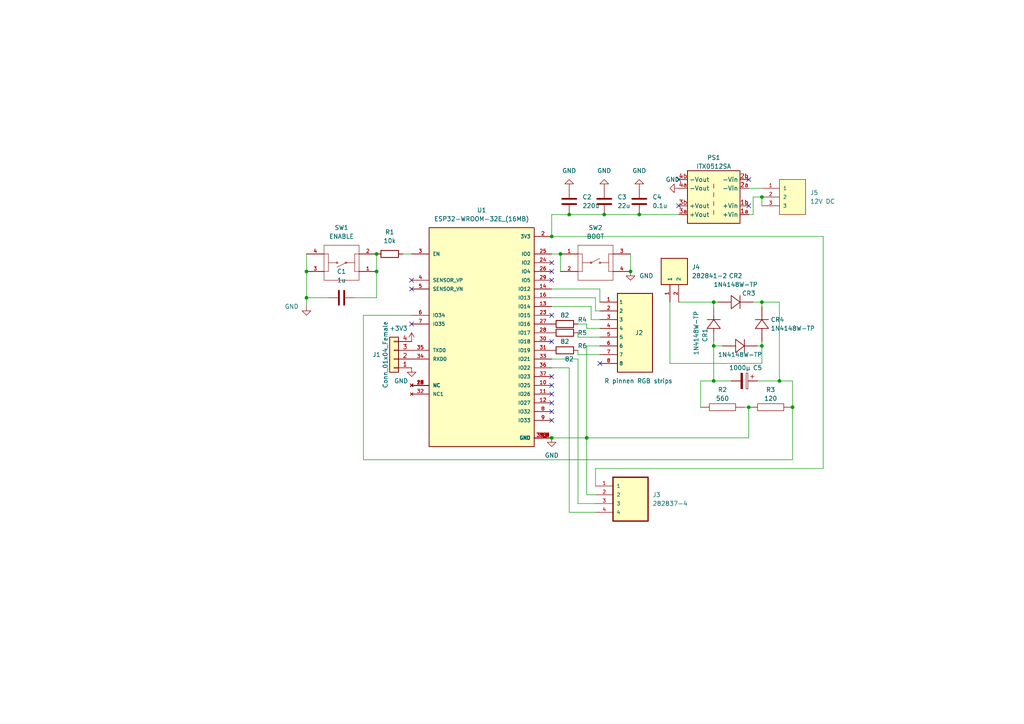
<source format=kicad_sch>
(kicad_sch (version 20211123) (generator eeschema)
  (paper "A4")
  (lib_symbols
    (symbol "1825910-6:1825910-6" (pin_names (offset 1.016) hide)
      (property "Reference" "SW" (at -5.08 5.842 0))
      (property "Value" "1825910-6" (at -5.08 -7.62 0))
      (symbol "1825910-6_0_0"
        (circle (center -1.27 0) (radius 0.254) (stroke (width 0.127)))
        (polyline (pts (xy -5.08 -5.08) (xy 5.08 -5.08)) (stroke (width 0.127)))
        (polyline (pts (xy -5.08 -2.54) (xy -5.08 -5.08)) (stroke (width 0.127)))
        (polyline (pts (xy -5.08 2.54) (xy -5.08 -2.54)) (stroke (width 0.127)))
        (polyline (pts (xy -5.08 2.54) (xy -3.81 2.54)) (stroke (width 0.127)))
        (polyline (pts (xy -5.08 5.08) (xy -5.08 2.54)) (stroke (width 0.127)))
        (polyline (pts (xy -5.08 5.08) (xy 5.08 5.08)) (stroke (width 0.127)))
        (polyline (pts (xy -3.81 -2.54) (xy -5.08 -2.54)) (stroke (width 0.127)))
        (polyline (pts (xy -3.81 0) (xy -3.81 -2.54)) (stroke (width 0.127)))
        (polyline (pts (xy -3.81 0) (xy -1.27 0)) (stroke (width 0.127)))
        (polyline (pts (xy -3.81 2.54) (xy -3.81 0)) (stroke (width 0.127)))
        (polyline (pts (xy -1.27 0) (xy 1.27 1.27)) (stroke (width 0.127)))
        (polyline (pts (xy 1.27 0) (xy 3.81 0)) (stroke (width 0.127)))
        (polyline (pts (xy 3.81 -2.54) (xy 5.08 -2.54)) (stroke (width 0.127)))
        (polyline (pts (xy 3.81 0) (xy 3.81 -2.54)) (stroke (width 0.127)))
        (polyline (pts (xy 3.81 0) (xy 3.81 2.54)) (stroke (width 0.127)))
        (polyline (pts (xy 3.81 2.54) (xy 5.08 2.54)) (stroke (width 0.127)))
        (polyline (pts (xy 5.08 -2.54) (xy 5.08 -5.08)) (stroke (width 0.127)))
        (polyline (pts (xy 5.08 2.54) (xy 5.08 -2.54)) (stroke (width 0.127)))
        (polyline (pts (xy 5.08 5.08) (xy 5.08 2.54)) (stroke (width 0.127)))
        (circle (center 1.27 0) (radius 0.254) (stroke (width 0.127)))
        (pin passive line (at -10.16 2.54 0) (length 5.08) (name "~") (number "1"))
        (pin passive line (at -10.16 -2.54 0) (length 5.08) (name "~") (number "2"))
        (pin passive line (at 10.16 2.54 180) (length 5.08) (name "~") (number "3"))
        (pin passive line (at 10.16 -2.54 180) (length 5.08) (name "~") (number "4"))
      )
    )
    (symbol "1N4148W-TP:1N4148W-TP" (pin_numbers hide) (pin_names (offset 1.016) hide)
      (property "Reference" "CR" (at -2.8194 2.6924 0))
      (property "Value" "1N4148W-TP" (at -3.8862 -5.5372 0))
      (symbol "1N4148W-TP_0_0"
        (polyline (pts (xy 2.54 0) (xy 3.81 0)) (stroke (width 0.2032)))
        (polyline (pts (xy 3.81 -1.905) (xy 6.35 0)) (stroke (width 0.2032)))
        (polyline (pts (xy 3.81 0) (xy 3.81 -1.905)) (stroke (width 0.2032)))
        (polyline (pts (xy 3.81 1.905) (xy 3.81 0)) (stroke (width 0.2032)))
        (polyline (pts (xy 6.35 -1.905) (xy 6.35 0)) (stroke (width 0.2032)))
        (polyline (pts (xy 6.35 0) (xy 3.81 1.905)) (stroke (width 0.2032)))
        (polyline (pts (xy 6.35 0) (xy 6.35 1.905)) (stroke (width 0.2032)))
        (polyline (pts (xy 6.35 0) (xy 7.62 0)) (stroke (width 0.2032)))
        (pin passive line (at 10.16 0 180) (length 2.54) (name "~") (number "1"))
        (pin passive line (at 0 0 0) (length 2.54) (name "~") (number "2"))
      )
    )
    (symbol "282837-4:282837-4" (pin_names (offset 1.016))
      (property "Reference" "J" (at 0 12.7 0))
      (property "Value" "282837-4" (at 0 -10.16 0))
      (symbol "282837-4_0_0"
        (rectangle (start -5.08 -5.08) (end 5.08 7.62) (stroke (width 0.4064)) (fill (type background)))
        (pin passive line (at -10.16 5.08 0) (length 5.08) (name "1") (number "1"))
        (pin passive line (at -10.16 2.54 0) (length 5.08) (name "2") (number "2"))
        (pin passive line (at -10.16 0 0) (length 5.08) (name "3") (number "3"))
        (pin passive line (at -10.16 -2.54 0) (length 5.08) (name "4") (number "4"))
      )
    )
    (symbol "282841-2:282841-2" (pin_names (offset 1.016))
      (property "Reference" "J" (at 0 10.16 0))
      (property "Value" "282841-2" (at 0 -7.62 0))
      (symbol "282841-2_0_0"
        (rectangle (start -5.08 -2.54) (end 2.54 5.08) (stroke (width 0.254)) (fill (type background)))
        (pin passive line (at -10.16 2.54 0) (length 5.08) (name "1") (number "1"))
        (pin passive line (at -10.16 0 0) (length 5.08) (name "2") (number "2"))
      )
    )
    (symbol "282841-3:282841-3" (pin_names (offset 1.016))
      (property "Reference" "J" (at -2.286 5.842 0))
      (property "Value" "282841-3" (at -2.54 -7.6454 0))
      (symbol "282841-3_0_0"
        (rectangle (start -2.54 -5.08) (end 5.08 5.08) (stroke (width 0.1524)) (fill (type background)))
        (pin passive line (at 10.16 2.54 180) (length 5.08) (name "1") (number "1"))
        (pin passive line (at 10.16 0 180) (length 5.08) (name "2") (number "2"))
        (pin passive line (at 10.16 -2.54 180) (length 5.08) (name "3") (number "3"))
      )
    )
    (symbol "282841-5:8_pin_connector"
      (property "Reference" "U" (at -5.08 12.7 0))
      (property "Value" "8_pin_connector" (at 0 -13.97 0))
      (symbol "8_pin_connector_0_0"
        (pin passive line (at -10.16 8.89 0) (length 5.08) (name "1") (number "1"))
        (pin passive line (at -10.16 6.35 0) (length 5.08) (name "2") (number "2"))
        (pin passive line (at -10.16 3.81 0) (length 5.08) (name "3") (number "3"))
        (pin passive line (at -10.16 1.27 0) (length 5.08) (name "4") (number "4"))
        (pin passive line (at -10.16 -1.27 0) (length 5.08) (name "5") (number "5"))
        (pin passive line (at -10.16 -3.81 0) (length 5.08) (name "6") (number "6"))
        (pin passive line (at -10.16 -6.35 0) (length 5.08) (name "7") (number "7"))
        (pin passive line (at -10.16 -8.89 0) (length 5.08) (name "8") (number "8"))
      )
      (symbol "8_pin_connector_0_1"
        (rectangle (start -5.08 11.43) (end 5.08 -11.43))
        (rectangle (start -5.08 11.43) (end 5.08 -11.43) (fill (type background)))
        (polyline (pts (xy -5.08 11.43) (xy -5.08 -11.43) (xy 5.08 -11.43) (xy 5.08 11.43) (xy -5.08 11.43)) (stroke (width 0.254)))
      )
    )
    (symbol "Connector_Generic:Conn_01x04" (pin_names (offset 1.016) hide)
      (property "Reference" "J" (at 0 5.08 0))
      (property "Value" "Conn_01x04" (at 0 -7.62 0))
      (symbol "Conn_01x04_1_1"
        (rectangle (start -1.27 -4.953) (end 0 -5.207) (stroke (width 0.1524)))
        (rectangle (start -1.27 -2.413) (end 0 -2.667) (stroke (width 0.1524)))
        (rectangle (start -1.27 0.127) (end 0 -0.127) (stroke (width 0.1524)))
        (rectangle (start -1.27 2.667) (end 0 2.413) (stroke (width 0.1524)))
        (rectangle (start -1.27 3.81) (end 1.27 -6.35) (stroke (width 0.254)) (fill (type background)))
        (pin passive line (at -5.08 2.54 0) (length 3.81) (name "Pin_1") (number "1"))
        (pin passive line (at -5.08 0 0) (length 3.81) (name "Pin_2") (number "2"))
        (pin passive line (at -5.08 -2.54 0) (length 3.81) (name "Pin_3") (number "3"))
        (pin passive line (at -5.08 -5.08 0) (length 3.81) (name "Pin_4") (number "4"))
      )
    )
    (symbol "Converter_DCDC:ITX0512SA"
      (property "Reference" "PS1" (at 0 -11.43 0))
      (property "Value" "ITX0512SA" (at 0 -8.89 0))
      (symbol "ITX0512SA_0_0"
        (pin power_in line (at -10.16 5.08 0) (length 2.54) (name "+Vin") (number "1a"))
        (pin power_in line (at -10.16 2.54 0) (length 2.54) (name "+Vin") (number "1b"))
        (pin power_in line (at -10.16 -2.54 0) (length 2.54) (name "-Vin") (number "2a"))
        (pin power_in line (at -10.16 -5.08 0) (length 2.54) (name "-Vin") (number "2b"))
        (pin power_out line (at 10.16 5.08 180) (length 2.54) (name "+Vout") (number "3a"))
        (pin power_out line (at 10.16 2.54 180) (length 2.54) (name "+Vout") (number "3b"))
        (pin power_out line (at 10.16 -2.54 180) (length 2.54) (name "-Vout") (number "4a"))
        (pin power_out line (at 10.16 -5.08 180) (length 2.54) (name "-Vout") (number "4b"))
      )
      (symbol "ITX0512SA_0_1"
        (rectangle (start -7.62 7.62) (end 7.62 -7.62) (stroke (width 0.254)) (fill (type background)))
        (polyline (pts (xy 0 -2.54) (xy 0 -3.81)))
        (polyline (pts (xy 0 0) (xy 0 -1.27)))
        (polyline (pts (xy 0 2.54) (xy 0 1.27)))
        (polyline (pts (xy 0 5.08) (xy 0 3.81)))
      )
    )
    (symbol "Device:C" (pin_numbers hide) (pin_names (offset 0.254))
      (property "Reference" "C" (at 0.635 2.54 0))
      (property "Value" "C" (at 0.635 -2.54 0))
      (symbol "C_0_1"
        (polyline (pts (xy -2.032 -0.762) (xy 2.032 -0.762)) (stroke (width 0.508)))
        (polyline (pts (xy -2.032 0.762) (xy 2.032 0.762)) (stroke (width 0.508)))
      )
      (symbol "C_1_1"
        (pin passive line (at 0 3.81 270) (length 2.794) (name "~") (number "1"))
        (pin passive line (at 0 -3.81 90) (length 2.794) (name "~") (number "2"))
      )
    )
    (symbol "Device:C_Polarized" (pin_numbers hide) (pin_names (offset 0.254))
      (property "Reference" "C" (at 0.635 2.54 0))
      (property "Value" "C_Polarized" (at 0.635 -2.54 0))
      (symbol "C_Polarized_0_1"
        (rectangle (start -2.286 0.508) (end 2.286 1.016))
        (polyline (pts (xy -1.778 2.286) (xy -0.762 2.286)))
        (polyline (pts (xy -1.27 2.794) (xy -1.27 1.778)))
        (rectangle (start 2.286 -0.508) (end -2.286 -1.016) (fill (type outline)))
      )
      (symbol "C_Polarized_1_1"
        (pin passive line (at 0 3.81 270) (length 2.794) (name "~") (number "1"))
        (pin passive line (at 0 -3.81 90) (length 2.794) (name "~") (number "2"))
      )
    )
    (symbol "Device:R" (pin_numbers hide) (pin_names (offset 0))
      (property "Reference" "R" (at 2.032 0 90))
      (property "Value" "R" (at 0 0 90))
      (symbol "R_0_1"
        (rectangle (start -1.016 -2.54) (end 1.016 2.54) (stroke (width 0.254)))
      )
      (symbol "R_1_1"
        (pin passive line (at 0 3.81 270) (length 1.27) (name "~") (number "1"))
        (pin passive line (at 0 -3.81 90) (length 1.27) (name "~") (number "2"))
      )
    )
    (symbol "ESP32-WROOM-32E__16MB_:ESP32-WROOM-32E_(16MB)" (pin_names (offset 1.016))
      (property "Reference" "U" (at -15.24 33.909 0))
      (property "Value" "ESP32-WROOM-32E_(16MB)" (at -15.24 -33.02 0))
      (symbol "ESP32-WROOM-32E_(16MB)_0_0"
        (rectangle (start -15.24 -30.48) (end 15.24 33.02) (stroke (width 0.254)) (fill (type background)))
        (pin power_in line (at 20.32 -27.94 180) (length 5.08) (name "GND") (number "1"))
        (pin bidirectional line (at 20.32 -12.7 180) (length 5.08) (name "IO25") (number "10"))
        (pin bidirectional line (at 20.32 -15.24 180) (length 5.08) (name "IO26") (number "11"))
        (pin bidirectional line (at 20.32 -17.78 180) (length 5.08) (name "IO27") (number "12"))
        (pin bidirectional line (at 20.32 10.16 180) (length 5.08) (name "IO14") (number "13"))
        (pin bidirectional line (at 20.32 15.24 180) (length 5.08) (name "IO12") (number "14"))
        (pin power_in line (at 20.32 -27.94 180) (length 5.08) (name "GND") (number "15"))
        (pin bidirectional line (at 20.32 12.7 180) (length 5.08) (name "IO13") (number "16"))
        (pin no_connect line (at -20.32 -12.7 0) (length 5.08) (name "NC") (number "17"))
        (pin no_connect line (at -20.32 -12.7 0) (length 5.08) (name "NC") (number "18"))
        (pin no_connect line (at -20.32 -12.7 0) (length 5.08) (name "NC") (number "19"))
        (pin power_in line (at 20.32 30.48 180) (length 5.08) (name "3V3") (number "2"))
        (pin no_connect line (at -20.32 -12.7 0) (length 5.08) (name "NC") (number "20"))
        (pin no_connect line (at -20.32 -12.7 0) (length 5.08) (name "NC") (number "21"))
        (pin no_connect line (at -20.32 -12.7 0) (length 5.08) (name "NC") (number "22"))
        (pin bidirectional line (at 20.32 7.62 180) (length 5.08) (name "IO15") (number "23"))
        (pin bidirectional line (at 20.32 22.86 180) (length 5.08) (name "IO2") (number "24"))
        (pin bidirectional line (at 20.32 25.4 180) (length 5.08) (name "IO0") (number "25"))
        (pin bidirectional line (at 20.32 20.32 180) (length 5.08) (name "IO4") (number "26"))
        (pin bidirectional line (at 20.32 5.08 180) (length 5.08) (name "IO16") (number "27"))
        (pin bidirectional line (at 20.32 2.54 180) (length 5.08) (name "IO17") (number "28"))
        (pin bidirectional line (at 20.32 17.78 180) (length 5.08) (name "IO5") (number "29"))
        (pin input line (at -20.32 25.4 0) (length 5.08) (name "EN") (number "3"))
        (pin bidirectional line (at 20.32 0 180) (length 5.08) (name "IO18") (number "30"))
        (pin bidirectional line (at 20.32 -2.54 180) (length 5.08) (name "IO19") (number "31"))
        (pin no_connect line (at -20.32 -15.24 0) (length 5.08) (name "NC1") (number "32"))
        (pin bidirectional line (at 20.32 -5.08 180) (length 5.08) (name "IO21") (number "33"))
        (pin bidirectional line (at -20.32 -5.08 0) (length 5.08) (name "RXD0") (number "34"))
        (pin bidirectional line (at -20.32 -2.54 0) (length 5.08) (name "TXD0") (number "35"))
        (pin bidirectional line (at 20.32 -7.62 180) (length 5.08) (name "IO22") (number "36"))
        (pin bidirectional line (at 20.32 -10.16 180) (length 5.08) (name "IO23") (number "37"))
        (pin power_in line (at 20.32 -27.94 180) (length 5.08) (name "GND") (number "38"))
        (pin power_in line (at 20.32 -27.94 180) (length 5.08) (name "GND") (number "39_1"))
        (pin power_in line (at 20.32 -27.94 180) (length 5.08) (name "GND") (number "39_2"))
        (pin power_in line (at 20.32 -27.94 180) (length 5.08) (name "GND") (number "39_3"))
        (pin power_in line (at 20.32 -27.94 180) (length 5.08) (name "GND") (number "39_4"))
        (pin power_in line (at 20.32 -27.94 180) (length 5.08) (name "GND") (number "39_5"))
        (pin power_in line (at 20.32 -27.94 180) (length 5.08) (name "GND") (number "39_6"))
        (pin power_in line (at 20.32 -27.94 180) (length 5.08) (name "GND") (number "39_7"))
        (pin power_in line (at 20.32 -27.94 180) (length 5.08) (name "GND") (number "39_8"))
        (pin power_in line (at 20.32 -27.94 180) (length 5.08) (name "GND") (number "39_9"))
        (pin input line (at -20.32 17.78 0) (length 5.08) (name "SENSOR_VP") (number "4"))
        (pin input line (at -20.32 15.24 0) (length 5.08) (name "SENSOR_VN") (number "5"))
        (pin input line (at -20.32 7.62 0) (length 5.08) (name "IO34") (number "6"))
        (pin input line (at -20.32 5.08 0) (length 5.08) (name "IO35") (number "7"))
        (pin bidirectional line (at 20.32 -20.32 180) (length 5.08) (name "IO32") (number "8"))
        (pin bidirectional line (at 20.32 -22.86 180) (length 5.08) (name "IO33") (number "9"))
      )
    )
    (symbol "power:+3V3" (power) (pin_names (offset 0))
      (property "Value" "+3V3" (at 0 3.556 0))
      (symbol "+3V3_0_1"
        (polyline (pts (xy -0.762 1.27) (xy 0 2.54)))
        (polyline (pts (xy 0 0) (xy 0 2.54)))
        (polyline (pts (xy 0 2.54) (xy 0.762 1.27)))
      )
      (symbol "+3V3_1_1"
        (pin power_in line (at 0 0 90) (length 0) hide (name "+3V3") (number "1"))
      )
    )
    (symbol "power:GND" (power) (pin_names (offset 0))
      (property "Value" "GND" (at 0 -3.81 0))
      (symbol "GND_0_1"
        (polyline (pts (xy 0 0) (xy 0 -1.27) (xy 1.27 -1.27) (xy 0 -2.54) (xy -1.27 -1.27) (xy 0 -1.27)))
      )
      (symbol "GND_1_1"
        (pin power_in line (at 0 0 270) (length 0) hide (name "GND") (number "1"))
      )
    )
    (symbol "pspice:R" (pin_numbers hide) (pin_names (offset 0))
      (property "Reference" "R" (at 2.032 0 90))
      (property "Value" "R" (at 0 0 90))
      (symbol "R_0_1"
        (rectangle (start -1.016 3.81) (end 1.016 -3.81))
      )
      (symbol "R_1_1"
        (pin passive line (at 0 6.35 270) (length 2.54) (name "~") (number "1"))
        (pin passive line (at 0 -6.35 90) (length 2.54) (name "~") (number "2"))
      )
    )
  )
  (junction (at 220.98 87.63))
  (junction (at 220.98 100.33))
  (junction (at 160.02 127))
  (junction (at 88.9 86.36))
  (junction (at 109.22 73.66))
  (junction (at 217.17 118.11))
  (junction (at 109.22 78.74))
  (junction (at 162.56 73.66))
  (junction (at 182.88 78.74))
  (junction (at 88.9 78.74))
  (junction (at 229.87 118.11))
  (junction (at 207.01 110.49))
  (junction (at 207.01 100.33))
  (junction (at 207.01 87.63))
  (junction (at 220.98 57.15))
  (junction (at 165.1 62.23))
  (junction (at 185.42 62.23))
  (junction (at 226.06 110.49))
  (junction (at 170.18 127))
  (junction (at 160.02 68.58))
  (junction (at 175.26 62.23))
  (no_connect (at 119.38 93.98))
  (no_connect (at 160.02 121.92))
  (no_connect (at 160.02 91.44))
  (no_connect (at 160.02 109.22))
  (no_connect (at 217.17 59.69))
  (no_connect (at 119.38 83.82))
  (no_connect (at 119.38 81.28))
  (no_connect (at 160.02 99.06))
  (no_connect (at 196.85 52.07))
  (no_connect (at 160.02 114.3))
  (no_connect (at 160.02 111.76))
  (no_connect (at 217.17 52.07))
  (no_connect (at 160.02 78.74))
  (no_connect (at 196.85 59.69))
  (no_connect (at 160.02 81.28))
  (no_connect (at 173.99 105.41))
  (no_connect (at 160.02 116.84))
  (no_connect (at 160.02 119.38))
  (no_connect (at 160.02 76.2))
  (wire (pts (xy 207.01 99.06) (xy 207.01 100.33)))
  (wire (pts (xy 167.64 146.05) (xy 167.64 104.14)))
  (wire (pts (xy 173.99 83.82) (xy 173.99 87.63)))
  (wire (pts (xy 220.98 87.63) (xy 220.98 88.9)))
  (wire (pts (xy 207.01 100.33) (xy 207.01 110.49)))
  (wire (pts (xy 102.87 86.36) (xy 109.22 86.36)))
  (wire (pts (xy 165.1 148.59) (xy 172.72 148.59)))
  (wire (pts (xy 160.02 62.23) (xy 165.1 62.23)))
  (wire (pts (xy 172.72 90.17) (xy 173.99 90.17)))
  (wire (pts (xy 229.87 118.11) (xy 229.87 110.49)))
  (wire (pts (xy 160.02 83.82) (xy 173.99 83.82)))
  (wire (pts (xy 165.1 62.23) (xy 175.26 62.23)))
  (wire (pts (xy 217.17 54.61) (xy 220.98 54.61)))
  (wire (pts (xy 219.71 100.33) (xy 220.98 100.33)))
  (wire (pts (xy 170.18 95.25) (xy 173.99 95.25)))
  (wire (pts (xy 229.87 110.49) (xy 226.06 110.49)))
  (wire (pts (xy 167.64 97.79) (xy 173.99 97.79)))
  (wire (pts (xy 217.17 118.11) (xy 217.17 127)))
  (wire (pts (xy 167.64 104.14) (xy 160.02 104.14)))
  (wire (pts (xy 160.02 68.58) (xy 238.76 68.58)))
  (wire (pts (xy 218.44 87.63) (xy 220.98 87.63)))
  (wire (pts (xy 219.71 110.49) (xy 226.06 110.49)))
  (wire (pts (xy 170.18 143.51) (xy 172.72 143.51)))
  (wire (pts (xy 170.18 127) (xy 217.17 127)))
  (wire (pts (xy 88.9 86.36) (xy 88.9 88.9)))
  (wire (pts (xy 217.17 62.23) (xy 218.44 62.23)))
  (wire (pts (xy 88.9 78.74) (xy 88.9 73.66)))
  (wire (pts (xy 172.72 140.97) (xy 172.72 135.89)))
  (wire (pts (xy 196.85 62.23) (xy 185.42 62.23)))
  (wire (pts (xy 160.02 88.9) (xy 171.45 88.9)))
  (wire (pts (xy 167.64 93.98) (xy 170.18 93.98)))
  (wire (pts (xy 207.01 110.49) (xy 212.09 110.49)))
  (wire (pts (xy 160.02 62.23) (xy 160.02 68.58)))
  (wire (pts (xy 171.45 92.71) (xy 173.99 92.71)))
  (wire (pts (xy 167.64 101.6) (xy 167.64 102.87)))
  (wire (pts (xy 175.26 62.23) (xy 185.42 62.23)))
  (wire (pts (xy 160.02 106.68) (xy 165.1 106.68)))
  (wire (pts (xy 172.72 86.36) (xy 172.72 90.17)))
  (wire (pts (xy 218.44 62.23) (xy 218.44 57.15)))
  (wire (pts (xy 229.87 118.11) (xy 229.87 133.35)))
  (wire (pts (xy 171.45 88.9) (xy 171.45 92.71)))
  (wire (pts (xy 88.9 78.74) (xy 88.9 86.36)))
  (wire (pts (xy 109.22 86.36) (xy 109.22 78.74)))
  (wire (pts (xy 220.98 100.33) (xy 220.98 105.41)))
  (wire (pts (xy 160.02 86.36) (xy 172.72 86.36)))
  (wire (pts (xy 170.18 100.33) (xy 170.18 127)))
  (wire (pts (xy 208.28 87.63) (xy 207.01 87.63)))
  (wire (pts (xy 88.9 86.36) (xy 95.25 86.36)))
  (wire (pts (xy 220.98 99.06) (xy 220.98 100.33)))
  (wire (pts (xy 207.01 87.63) (xy 207.01 88.9)))
  (wire (pts (xy 172.72 135.89) (xy 238.76 135.89)))
  (wire (pts (xy 220.98 87.63) (xy 226.06 87.63)))
  (wire (pts (xy 203.2 110.49) (xy 207.01 110.49)))
  (wire (pts (xy 173.99 100.33) (xy 170.18 100.33)))
  (wire (pts (xy 207.01 100.33) (xy 209.55 100.33)))
  (wire (pts (xy 105.41 133.35) (xy 229.87 133.35)))
  (wire (pts (xy 172.72 146.05) (xy 167.64 146.05)))
  (wire (pts (xy 105.41 133.35) (xy 105.41 91.44)))
  (wire (pts (xy 194.31 87.63) (xy 194.31 105.41)))
  (wire (pts (xy 162.56 73.66) (xy 160.02 73.66)))
  (wire (pts (xy 109.22 78.74) (xy 109.22 73.66)))
  (wire (pts (xy 220.98 57.15) (xy 220.98 59.69)))
  (wire (pts (xy 218.44 57.15) (xy 220.98 57.15)))
  (wire (pts (xy 226.06 87.63) (xy 226.06 110.49)))
  (wire (pts (xy 203.2 118.11) (xy 203.2 110.49)))
  (wire (pts (xy 194.31 105.41) (xy 220.98 105.41)))
  (wire (pts (xy 215.9 118.11) (xy 217.17 118.11)))
  (wire (pts (xy 116.84 73.66) (xy 119.38 73.66)))
  (wire (pts (xy 162.56 73.66) (xy 162.56 78.74)))
  (wire (pts (xy 196.85 87.63) (xy 207.01 87.63)))
  (wire (pts (xy 160.02 127) (xy 170.18 127)))
  (wire (pts (xy 182.88 73.66) (xy 182.88 78.74)))
  (wire (pts (xy 105.41 91.44) (xy 119.38 91.44)))
  (wire (pts (xy 167.64 96.52) (xy 167.64 97.79)))
  (wire (pts (xy 170.18 93.98) (xy 170.18 95.25)))
  (wire (pts (xy 170.18 127) (xy 170.18 143.51)))
  (wire (pts (xy 238.76 135.89) (xy 238.76 68.58)))
  (wire (pts (xy 165.1 106.68) (xy 165.1 148.59)))
  (wire (pts (xy 167.64 102.87) (xy 173.99 102.87)))
  (symbol (lib_id "Device:R") (at 163.83 96.52 90) (unit 1)
    (property "Reference" "R5" (at 168.91 96.52 90))
    (property "Value" "82" (at 163.83 99.06 90))
    (property "Footprint" "Resistor_SMD:R_0805_2012Metric" (effects hide))
  )
  (symbol (lib_id "Connector_Generic:Conn_01x04") (at 114.3 104.14 180) (unit 1)
    (property "Reference" "J1" (at 109.22 102.87 0))
    (property "Value" "Conn_01x04_Female" (at 111.76 102.87 90))
    (property "Footprint" "Connector_PinHeader_2.54mm:PinHeader_1x04_P2.54mm_Vertical" (effects hide))
  )
  (symbol (lib_id "pspice:R") (at 209.55 118.11 90) (unit 1)
    (property "Reference" "R2" (at 209.55 113.03 90))
    (property "Value" "560" (at 209.55 115.57 90))
    (property "Footprint" "Resistor_SMD:R_0805_2012Metric" (effects hide))
  )
  (symbol (lib_id "1N4148W-TP:1N4148W-TP") (at 220.98 99.06 90) (unit 1)
    (property "Reference" "CR4" (at 223.52 92.71 90) (effects (justify right)))
    (property "Value" "1N4148W-TP" (at 223.52 95.25 90) (effects (justify right)))
    (property "Footprint" "Diode_SMD:D_0201_0603Metric" (effects hide))
    (property "MANUFACTURER_PART_NUMBER" "1N4148W-TP" (effects hide))
    (property "BUILT_BY" "EMA_Cory" (effects hide))
    (property "VENDOR" "Micro Commercial Co" (effects hide))
    (property "DATASHEET" "https://www.mccsemi.com/pdf/Products/1N4148W(SOD123).pdf" (effects hide))
    (property "COPYRIGHT" "Copyright (C) 2018 Accelerated Designs. All rights reserved" (effects hide))
  )
  (symbol (lib_id "Device:R") (at 163.83 101.6 90) (unit 1)
    (property "Reference" "R6" (at 168.91 100.33 90))
    (property "Value" "82" (at 165.1 104.14 90))
    (property "Footprint" "Resistor_SMD:R_0805_2012Metric" (effects hide))
  )
  (symbol (lib_id "1N4148W-TP:1N4148W-TP") (at 209.55 100.33 0) (unit 1)
    (property "Reference" "CR3" (at 217.17 85.09 0))
    (property "Value" "1N4148W-TP" (at 214.63 102.87 0))
    (property "Footprint" "Diode_SMD:D_0201_0603Metric" (effects hide))
    (property "MANUFACTURER_PART_NUMBER" "1N4148W-TP" (effects hide))
    (property "BUILT_BY" "EMA_Cory" (effects hide))
    (property "VENDOR" "Micro Commercial Co" (effects hide))
    (property "DATASHEET" "https://www.mccsemi.com/pdf/Products/1N4148W(SOD123).pdf" (effects hide))
    (property "COPYRIGHT" "Copyright (C) 2018 Accelerated Designs. All rights reserved" (effects hide))
  )
  (symbol (lib_id "power:GND") (at 160.02 127 0) (unit 1)
    (property "Reference" "#PWR0102" (effects hide))
    (property "Value" "GND" (at 160.02 132.08 0))
  )
  (symbol (lib_id "power:GND") (at 175.26 54.61 180) (unit 1)
    (property "Reference" "#PWR0104" (effects hide))
    (property "Value" "GND" (at 175.26 49.53 0))
  )
  (symbol (lib_id "power:GND") (at 182.88 78.74 0) (unit 1)
    (property "Reference" "#PWR0105" (effects hide))
    (property "Value" "GND" (at 185.42 80.0099 0) (effects (justify left)))
  )
  (symbol (lib_id "1N4148W-TP:1N4148W-TP") (at 207.01 99.06 90) (unit 1)
    (property "Reference" "CR1" (at 204.47 95.25 0) (effects (justify right)))
    (property "Value" "1N4148W-TP" (at 201.93 90.17 0) (effects (justify right)))
    (property "Footprint" "Diode_SMD:D_0201_0603Metric" (effects hide))
    (property "MANUFACTURER_PART_NUMBER" "1N4148W-TP" (effects hide))
    (property "BUILT_BY" "EMA_Cory" (effects hide))
    (property "VENDOR" "Micro Commercial Co" (effects hide))
    (property "DATASHEET" "https://www.mccsemi.com/pdf/Products/1N4148W(SOD123).pdf" (effects hide))
    (property "COPYRIGHT" "Copyright (C) 2018 Accelerated Designs. All rights reserved" (effects hide))
  )
  (symbol (lib_id "power:GND") (at 165.1 54.61 180) (unit 1)
    (property "Reference" "#PWR0103" (effects hide))
    (property "Value" "GND" (at 165.1 49.53 0))
  )
  (symbol (lib_id "power:GND") (at 185.42 54.61 180) (unit 1)
    (property "Reference" "#PWR0106" (effects hide))
    (property "Value" "GND" (at 185.42 49.53 0))
  )
  (symbol (lib_id "Device:C") (at 165.1 58.42 180) (unit 1)
    (property "Reference" "C2" (at 168.91 57.1499 0) (effects (justify right)))
    (property "Value" "220u" (at 168.91 59.6899 0) (effects (justify right)))
    (property "Footprint" "Capacitor_SMD:C_0805_2012Metric" (effects hide))
  )
  (symbol (lib_id "282841-2:282841-2") (at 196.85 77.47 90) (unit 1)
    (property "Reference" "J4" (at 200.66 77.4699 90) (effects (justify right)))
    (property "Value" "282841-2" (at 200.66 80.0099 90) (effects (justify right)))
    (property "Footprint" "libraries:TE_282841-2" (effects hide))
    (property "Comment" "282841-2" (effects hide))
    (property "EU_RoHS_Compliance" "Compliant with Exemptions" (effects hide))
  )
  (symbol (lib_id "282837-4:282837-4") (at 182.88 146.05 0) (unit 1)
    (property "Reference" "J3" (at 189.23 143.5099 0) (effects (justify left)))
    (property "Value" "282837-4" (at 189.23 146.0499 0) (effects (justify left)))
    (property "Footprint" "282837-4:TE_282837-4" (effects hide))
    (property "Comment" "282837-4" (effects hide))
    (property "EU_RoHS_Compliance" "Compliant with Exemptions" (effects hide))
  )
  (symbol (lib_id "1N4148W-TP:1N4148W-TP") (at 208.28 87.63 0) (unit 1)
    (property "Reference" "CR2" (at 213.36 80.01 0))
    (property "Value" "1N4148W-TP" (at 213.36 82.55 0))
    (property "Footprint" "Diode_SMD:D_0201_0603Metric" (effects hide))
    (property "MANUFACTURER_PART_NUMBER" "1N4148W-TP" (effects hide))
    (property "BUILT_BY" "EMA_Cory" (effects hide))
    (property "VENDOR" "Micro Commercial Co" (effects hide))
    (property "DATASHEET" "https://www.mccsemi.com/pdf/Products/1N4148W(SOD123).pdf" (effects hide))
    (property "COPYRIGHT" "Copyright (C) 2018 Accelerated Designs. All rights reserved" (effects hide))
  )
  (symbol (lib_id "Device:C") (at 99.06 86.36 90) (unit 1)
    (property "Reference" "C1" (at 99.06 78.74 90))
    (property "Value" "1u" (at 99.06 81.28 90))
    (property "Footprint" "Capacitor_SMD:C_0805_2012Metric" (effects hide))
  )
  (symbol (lib_id "Device:C") (at 175.26 58.42 180) (unit 1)
    (property "Reference" "C3" (at 179.07 57.1499 0) (effects (justify right)))
    (property "Value" "22u" (at 179.07 59.6899 0) (effects (justify right)))
    (property "Footprint" "Capacitor_SMD:C_0805_2012Metric" (effects hide))
  )
  (symbol (lib_id "Device:C_Polarized") (at 215.9 110.49 270) (unit 1)
    (property "Reference" "C5" (at 219.71 106.68 90))
    (property "Value" "1000µ" (at 214.63 106.68 90))
    (property "Footprint" "Capacitor_THT:CP_Axial_L26.5mm_D20.0mm_P33.00mm_Horizontal" (effects hide))
  )
  (symbol (lib_id "Device:R") (at 113.03 73.66 90) (unit 1)
    (property "Reference" "R1" (at 113.03 67.31 90))
    (property "Value" "10k" (at 113.03 69.85 90))
    (property "Footprint" "Resistor_SMD:R_0805_2012Metric" (effects hide))
  )
  (symbol (lib_id "Device:R") (at 163.83 93.98 90) (unit 1)
    (property "Reference" "R4" (at 168.91 92.71 90))
    (property "Value" "82" (at 163.83 91.44 90))
    (property "Footprint" "Resistor_SMD:R_0805_2012Metric" (effects hide))
  )
  (symbol (lib_id "power:+3V3") (at 119.38 99.06 0) (unit 1)
    (property "Reference" "#PWR01" (effects hide))
    (property "Value" "+3V3" (at 115.57 95.25 0))
  )
  (symbol (lib_id "power:GND") (at 88.9 88.9 0) (unit 1)
    (property "Reference" "#PWR0101" (effects hide))
    (property "Value" "GND" (at 82.55 88.9 0) (effects (justify left)))
  )
  (symbol (lib_id "Device:C") (at 185.42 58.42 180) (unit 1)
    (property "Reference" "C4" (at 189.23 57.1499 0) (effects (justify right)))
    (property "Value" "0.1u" (at 189.23 59.69 0) (effects (justify right)))
    (property "Footprint" "Capacitor_SMD:C_0805_2012Metric" (effects hide))
  )
  (symbol (lib_id "1825910-6:1825910-6") (at 99.06 76.2 180) (unit 1)
    (property "Reference" "SW1" (at 99.06 66.04 0))
    (property "Value" "ENABLE" (at 99.06 68.58 0))
    (property "Footprint" "libraries:SW_1825910-6-4" (effects hide))
    (property "Comment" "1825910-6" (effects hide))
  )
  (symbol (lib_id "1825910-6:1825910-6") (at 172.72 76.2 0) (unit 1)
    (property "Reference" "SW2" (at 172.72 66.04 0))
    (property "Value" "BOOT" (at 172.72 68.58 0))
    (property "Footprint" "libraries:SW_1825910-6-4" (effects hide))
    (property "Comment" "1825910-6" (effects hide))
  )
  (symbol (lib_id "power:GND") (at 196.85 54.61 270) (unit 1)
    (property "Reference" "#PWR03" (effects hide))
    (property "Value" "GND" (at 193.04 52.07 90) (effects (justify left)))
  )
  (symbol (lib_id "power:GND") (at 119.38 106.68 0) (unit 1)
    (property "Reference" "#PWR02" (effects hide))
    (property "Value" "GND" (at 114.3 110.49 0) (effects (justify left)))
  )
  (symbol (lib_id "282841-5:8_pin_connector") (at 184.15 96.52 0) (unit 1)
    (property "Reference" "J2" (at 184.15 96.52 0) (effects (justify left)))
    (property "Value" "R pinnen RGB strips" (at 175.26 110.49 0) (effects (justify left)))
    (property "Footprint" "libraries:TE_282841-8" (effects hide))
  )
  (symbol (lib_id "ESP32-WROOM-32E__16MB_:ESP32-WROOM-32E_(16MB)") (at 139.7 99.06 0) (unit 1)
    (property "Reference" "U1" (at 139.7 60.96 0))
    (property "Value" "ESP32-WROOM-32E_(16MB)" (at 139.7 63.5 0))
    (property "Footprint" "libraries:XCVR_ESP32-WROOM-32E_(16MB)" (effects hide))
    (property "PARTREV" "1.4" (effects hide))
    (property "STANDARD" "Manufacturer Recommendations" (effects hide))
    (property "MAXIMUM_PACKAGE_HEIGHT" "3.25mm" (effects hide))
    (property "MANUFACTURER" "Espressif Systems" (effects hide))
  )
  (symbol (lib_id "pspice:R") (at 223.52 118.11 90) (unit 1)
    (property "Reference" "R3" (at 223.52 113.03 90))
    (property "Value" "120" (at 223.52 115.57 90))
    (property "Footprint" "Resistor_SMD:R_0805_2012Metric" (effects hide))
  )
  (symbol (lib_id "282841-3:282841-3") (at 231.14 57.15 0) (mirror y) (unit 1)
    (property "Reference" "J5" (at 234.95 55.8799 0) (effects (justify right)))
    (property "Value" "12V DC" (at 234.95 58.4199 0) (effects (justify right)))
    (property "Footprint" "libraries:TE_282841-3" (effects hide))
    (property "Comment" "282841-3" (effects hide))
    (property "EU_RoHS_Compliance" "Compliant with Exemptions" (effects hide))
  )
  (symbol (lib_id "Converter_DCDC:ITX0512SA") (at 207.01 57.15 180) (unit 1)
    (property "Reference" "PS1" (at 207.01 45.72 0))
    (property "Value" "ITX0512SA" (at 207.01 48.26 0))
    (property "Footprint" "libraries:Buck Converter" (effects hide))
  )
)
</source>
